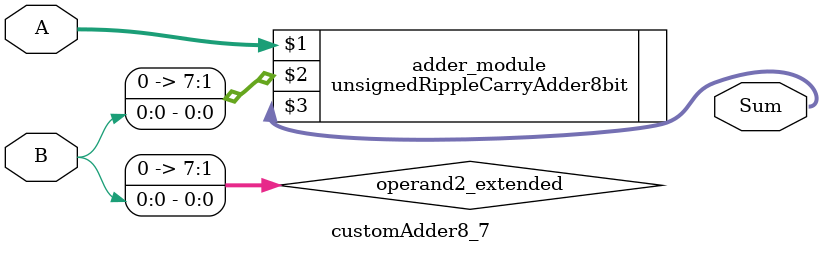
<source format=v>

module customAdder8_7(
                    input [7 : 0] A,
                    input [0 : 0] B,
                    
                    output [8 : 0] Sum
            );

    wire [7 : 0] operand2_extended;
    
    assign operand2_extended =  {7'b0, B};
    
    unsignedRippleCarryAdder8bit adder_module(
        A,
        operand2_extended,
        Sum
    );
    
endmodule
        
</source>
